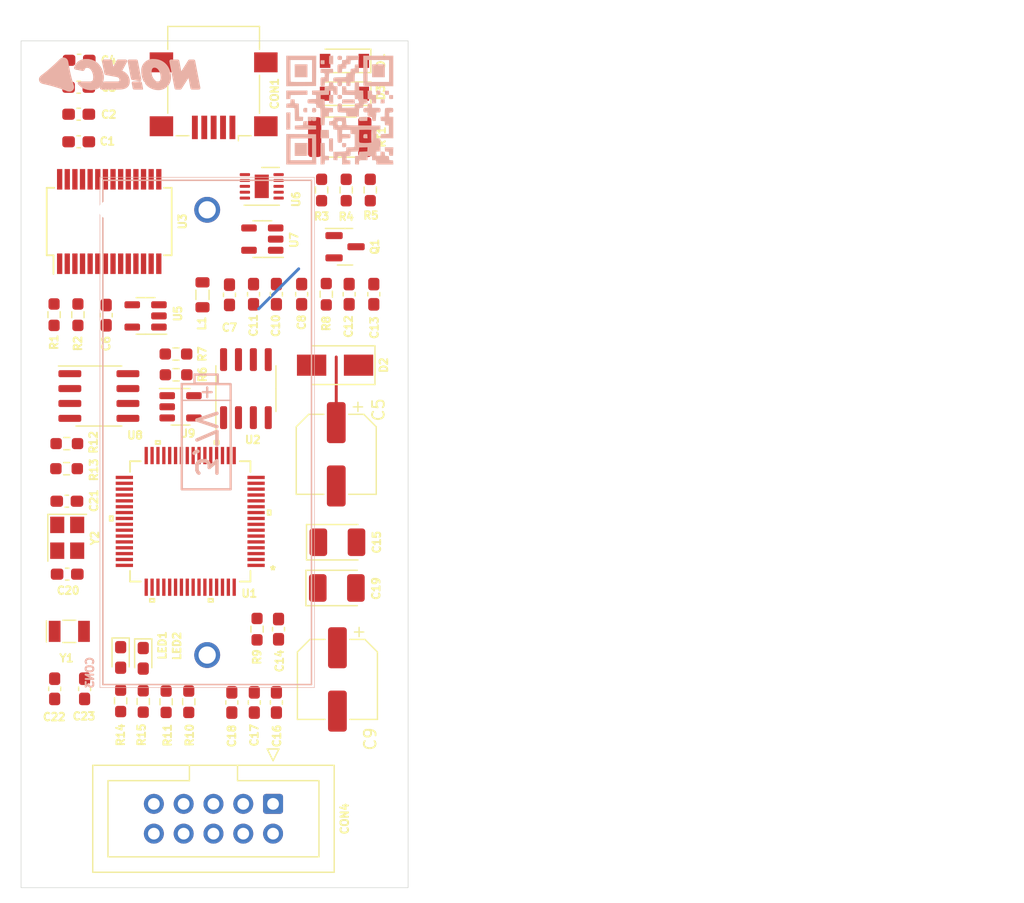
<source format=kicad_pcb>
(kicad_pcb (version 20211014) (generator pcbnew)
  (layers (0 "F.Cu" signal "cobre frontal") (31 "B.Cu" signal "Cobre traseira") (34 "B.Paste" user "Pasta traseira") (35 "F.Paste" user "Pasta frontal") (36 "B.SilkS" user "Serigrafia traseira") (37 "F.SilkS" user "Serigrafia frontal") (38 "B.Mask" user "Máscara traseira") (39 "F.Mask" user "Máscara frontal") (44 "Edge.Cuts" user "Cortes contorno"))
  (net 0 "")
  (net 1 "0")
  (net 2 "+3V3")
  (net 3 "RESET")
  (net 4 "+5VD")
  (net 5 "+3.3VP")
  (net 6 "Net-(C18-Pad1)")
  (net 7 "GND")
  (net 8 "Net-(CON1-Pad2)")
  (net 9 "Net-(CON1-Pad3)")
  (net 10 "Net-(CON1-Pad5)")
  (net 11 "LED2")
  (net 12 "Net-(LED1-Pad2)")
  (net 13 "LED3")
  (net 14 "Net-(LED2-Pad2)")
  (net 15 "PIN-PWRMODE")
  (net 16 "PGED2")
  (net 17 "PGEC2")
  (net 18 "PIN-SCL")
  (net 19 "PIN-SDA")
  (net 20 "+2V5")
  (net 21 "Net-(CON3-Pad1)")
  (net 22 "RXA")
  (net 23 "TXA")
  (net 26 "Net-(C4-Pad1)")
  (net 27 "Net-(R2-Pad1)")
  (net 28 "Net-(C7-Pad1)")
  (net 29 "Net-(U1-Pad5)")
  (net 30 "Net-(U1-Pad6)")
  (net 31 "Net-(R1-Pad1)")
  (net 32 "Net-(U1-Pad8)")
  (net 47 "Net-(C13-Pad1)")
  (net 48 "Net-(C20-Pad1)")
  (net 49 "Net-(C21-Pad1)")
  (net 50 "VBAT")
  (net 52 "Net-(R3-Pad1)")
  (net 54 "Net-(R4-Pad2)")
  (net 55 "Net-(R8-Pad2)")
  (net 65 "RXB")
  (net 66 "TXB")
  (net 95 "+5V")
  (net 96 "Net-(C10-Pad1)")
  (net 97 "Net-(C22-Pad1)")
  (net 98 "Net-(C23-Pad1)")
  (net 99 "Net-(R10-Pad2)")
  (footprint "Diode_SMD:D_SMA" (layer "F.Cu") (at 203.1 45.2 180)
    (fp_text reference "D2")
    (fp_text value "S1D-13F")
  )
  (footprint "Capacitor_SMD:C_0603_1608Metric_Pad1.08x0.95mm_HandSolder" (layer "F.Cu") (at 196.15 39.15 -90)
    (fp_text reference "C11")
    (fp_text value "1uF")
  )
  (footprint "Capacitor_Tantalum_SMD:CP_EIA-3528-12_Kemet-T_Pad1.50x2.35mm_HandSolder" (layer "F.Cu") (at 203.3 60.3)
    (fp_text reference "C15")
    (fp_text value "10UfX6V-Tan")
  )
  (footprint "Capacitor_SMD:C_0603_1608Metric_Pad1.08x0.95mm_HandSolder" (layer "F.Cu") (at 204.3 39.15 90)
    (fp_text reference "C12")
    (fp_text value "100nF")
  )
  (footprint "Capacitor_SMD:C_0603_1608Metric_Pad1.08x0.95mm_HandSolder" (layer "F.Cu") (at 200.25 39.15 -90)
    (fp_text reference "C8")
    (fp_text value "100nF")
  )
  (footprint "Resistor_SMD:R_0603_1608Metric_Pad0.98x0.95mm_HandSolder" (layer "F.Cu") (at 188.7 73.9 90)
    (fp_text reference "R11")
    (fp_text value "1K")
  )
  (footprint "footprints:PIC24HJ64GP206-I_slash_PT" (layer "F.Cu") (at 190.754 58.5216 180)
    (fp_text reference "U1")
    (fp_text value "PIC24HJ64GP206-I_PT" hide)
  )
  (footprint "Package_SON:VSON-10-1EP_3x3mm_P0.5mm_EP1.2x2mm" (layer "F.Cu") (at 196.85 29.95)
    (fp_text reference "U6")
    (fp_text value "LM3658SD")
  )
  (footprint "Capacitor_SMD:C_0603_1608Metric_Pad1.08x0.95mm_HandSolder" (layer "F.Cu") (at 181.25 26.15 180)
    (fp_text reference "C1")
    (fp_text value "100nF")
  )
  (footprint "Package_TO_SOT_SMD:SOT-23-5" (layer "F.Cu") (at 196.9 34.45 180)
    (fp_text reference "U7")
    (fp_text value "STLQ020C33R")
  )
  (footprint "Resistor_SMD:R_0603_1608Metric_Pad0.98x0.95mm_HandSolder" (layer "F.Cu") (at 180.2365 51.89 180)
    (fp_text reference "R12")
    (fp_text value "1K5")
  )
  (footprint "Resistor_SMD:R_0603_1608Metric_Pad0.98x0.95mm_HandSolder" (layer "F.Cu") (at 186.75 73.8746 90)
    (fp_text reference "R15")
    (fp_text value "470R")
  )
  (footprint "Resistor_SMD:R_0603_1608Metric_Pad0.98x0.95mm_HandSolder" (layer "F.Cu") (at 204.05 30.2625 90)
    (fp_text reference "R4")
    (fp_text value "10k")
  )
  (footprint "Resistor_SMD:R_0603_1608Metric_Pad0.98x0.95mm_HandSolder" (layer "F.Cu") (at 189.55 46.02 180)
    (fp_text reference "R6")
    (fp_text value "1K")
  )
  (footprint "Connector_USB:USB_Mini-B_Lumberg_2486_01_Horizontal" (layer "F.Cu") (at 192.75 22.225 180)
    (fp_text reference "CON1")
    (fp_text value "USB_B")
  )
  (footprint "Inductor_SMD:L_0805_2012Metric" (layer "F.Cu") (at 191.8 39.2 90)
    (fp_text reference "L1")
    (fp_text value "BLM21PG221SN1D")
  )
  (footprint "LED_SMD:LED_0603_1608Metric_Pad1.05x0.95mm_HandSolder" (layer "F.Cu") (at 186.75 70.2 -90)
    (fp_text reference "LED2")
    (fp_text value "GREEN")
  )
  (footprint "Resistor_SMD:R_0603_1608Metric_Pad0.98x0.95mm_HandSolder" (layer "F.Cu") (at 196.45 67.7125 90)
    (fp_text reference "R9")
    (fp_text value "22k")
  )
  (footprint "Capacitor_SMD:C_0603_1608Metric_Pad1.08x0.95mm_HandSolder" (layer "F.Cu") (at 183.594 40.9355 90)
    (fp_text reference "C6")
    (fp_text value "100nF")
  )
  (footprint "Crystal:Crystal_SMD_TXC_7M-4Pin_3.2x2.5mm" (layer "F.Cu") (at 180.2695 59.92 -90)
    (fp_text reference "Y2")
    (fp_text value "Crystal_20MHz")
  )
  (footprint "Resistor_SMD:R_0603_1608Metric_Pad0.98x0.95mm_HandSolder" (layer "F.Cu") (at 180.2165 54.0272)
    (fp_text reference "R13")
    (fp_text value "3K3")
  )
  (footprint "Capacitor_SMD:C_0603_1608Metric_Pad1.08x0.95mm_HandSolder" (layer "F.Cu") (at 194.3 73.9625 -90)
    (fp_text reference "C18")
    (fp_text value "100nF")
  )
  (footprint "Capacitor_SMD:CP_Elec_6.3x7.7" (layer "F.Cu") (at 203.3 72 -90)
    (fp_text reference "C9")
    (fp_text value "220uFx16V")
  )
  (footprint "Capacitor_SMD:C_0603_1608Metric_Pad1.08x0.95mm_HandSolder" (layer "F.Cu") (at 181.2875 19.2)
    (fp_text reference "C4")
    (fp_text value "1uF")
  )
  (footprint "Capacitor_SMD:C_0603_1608Metric_Pad1.08x0.95mm_HandSolder" (layer "F.Cu") (at 206.4 39.15 90)
    (fp_text reference "C13")
    (fp_text value "47pF")
  )
  (footprint "Resistor_SMD:R_0603_1608Metric_Pad0.98x0.95mm_HandSolder" (layer "F.Cu") (at 201.95 30.2625 -90)
    (fp_text reference "R3")
    (fp_text value "10k")
  )
  (footprint "Resistor_SMD:R_0603_1608Metric_Pad0.98x0.95mm_HandSolder" (layer "F.Cu") (at 206.1 30.2625 -90)
    (fp_text reference "R5")
    (fp_text value "10k")
  )
  (footprint "Capacitor_SMD:C_0603_1608Metric_Pad1.08x0.95mm_HandSolder" (layer "F.Cu") (at 181.75 72.8 -90)
    (fp_text reference "C23")
    (fp_text value "12pF")
  )
  (footprint "Package_TO_SOT_SMD:SOT-23-5" (layer "F.Cu") (at 189.93 48.75)
    (fp_text reference "U9")
    (fp_text value "24AA02-OT")
  )
  (footprint "Resistor_SMD:R_0603_1608Metric_Pad0.98x0.95mm_HandSolder" (layer "F.Cu") (at 184.8246 73.825 90)
    (fp_text reference "R14")
    (fp_text value "470R")
  )
  (footprint "Resistor_SMD:R_0603_1608Metric_Pad0.98x0.95mm_HandSolder" (layer "F.Cu") (at 179.15 40.894 -90)
    (fp_text reference "R1")
    (fp_text value "470R")
  )
  (footprint "Diode_SMD:D_SOD-123" (layer "F.Cu") (at 203.9 19.25 180)
    (fp_text reference "D1")
    (fp_text value "DSS14U")
  )
  (footprint "Capacitor_SMD:C_0603_1608Metric_Pad1.08x0.95mm_HandSolder" (layer "F.Cu") (at 181.25 21.5 180)
    (fp_text reference "C3")
    (fp_text value "4,7uF")
  )
  (footprint "Capacitor_SMD:C_0603_1608Metric_Pad1.08x0.95mm_HandSolder" (layer "F.Cu") (at 180.2395 56.8)
    (fp_text reference "C21")
    (fp_text value "20pF")
  )
  (footprint "Connector_IDC:IDC-Header_2x05_P2.54mm_Vertical" (layer "F.Cu") (at 197.8152 82.6103 -90)
    (fp_text reference "CON4")
    (fp_text value "Conector_gravação")
  )
  (footprint "Diode_SMD:D_SOD-123" (layer "F.Cu") (at 203.9 22.05 180)
    (fp_text reference "D3")
    (fp_text value "DSS14U")
  )
  (footprint "Resistor_SMD:R_0603_1608Metric_Pad0.98x0.95mm_HandSolder" (layer "F.Cu") (at 181.182 40.894 -90)
    (fp_text reference "R2")
    (fp_text value "470R")
  )
  (footprint "Package_SO:SOIC-8_3.9x4.9mm_P1.27mm" (layer "F.Cu") (at 195.5 47.2 90)
    (fp_text reference "U2")
    (fp_text value "FM25V10-GTR")
  )
  (footprint "Capacitor_SMD:C_0603_1608Metric_Pad1.08x0.95mm_HandSolder" (layer "F.Cu") (at 198.1 39.15 -90)
    (fp_text reference "C10")
    (fp_text value "100nF")
  )
  (footprint "Capacitor_SMD:C_0603_1608Metric_Pad1.08x0.95mm_HandSolder" (layer "F.Cu") (at 181.25 23.8 180)
    (fp_text reference "C2")
    (fp_text value "10nF")
  )
  (footprint "Capacitor_SMD:C_0603_1608Metric_Pad1.08x0.95mm_HandSolder" (layer "F.Cu") (at 198.1 73.9625 -90)
    (fp_text reference "C16")
    (fp_text value "100nF")
  )
  (footprint "LED_SMD:LED_0603_1608Metric_Pad1.05x0.95mm_HandSolder" (layer "F.Cu") (at 184.8246 70.125 -90)
    (fp_text reference "LED1")
    (fp_text value "RED")
  )
  (footprint "Capacitor_SMD:C_0603_1608Metric_Pad1.08x0.95mm_HandSolder" (layer "F.Cu") (at 180.2695 63.02 180)
    (fp_text reference "C20")
    (fp_text value "20pF")
  )
  (footprint "Capacitor_SMD:C_0603_1608Metric_Pad1.08x0.95mm_HandSolder" (layer "F.Cu") (at 194.1 39.2 -90)
    (fp_text reference "C7")
    (fp_text value "1uF")
  )
  (footprint "Resistor_SMD:R_0603_1608Metric_Pad0.98x0.95mm_HandSolder" (layer "F.Cu") (at 202.35 39.15 90)
    (fp_text reference "R8")
    (fp_text value "22k")
  )
  (footprint "Package_TO_SOT_SMD:SOT-23-5" (layer "F.Cu") (at 186.95 41 180)
    (fp_text reference "U5")
    (fp_text value "STLQ020C33R")
  )
  (footprint "bt1:BAT_BH123A" (layer "F.Cu") (at 192.2 50.935 90)
    (fp_text reference "CON3")
    (fp_text value "CR123A" hide)
  )
  (footprint "Package_SO:SSOP-28_5.3x10.2mm_P0.65mm" (layer "F.Cu") (at 183.85 32.95 90)
    (fp_text reference "U3")
    (fp_text value "FT232RL")
  )
  (footprint "Capacitor_SMD:C_0603_1608Metric_Pad1.08x0.95mm_HandSolder" (layer "F.Cu") (at 179.2 72.8 -90)
    (fp_text reference "C22")
    (fp_text value "12pF")
  )
  (footprint "Capacitor_SMD:C_0603_1608Metric_Pad1.08x0.95mm_HandSolder" (layer "F.Cu") (at 196.216 73.9625 -90)
    (fp_text reference "C17")
    (fp_text value "100nF")
  )
  (footprint "Capacitor_SMD:CP_Elec_6.3x7.7" (layer "F.Cu") (at 203.2 52.8 -90)
    (fp_text reference "C5")
    (fp_text value "220uFx16V")
  )
  (footprint "Resistor_SMD:R_0603_1608Metric_Pad0.98x0.95mm_HandSolder" (layer "F.Cu") (at 190.63 73.9 90)
    (fp_text reference "R10")
    (fp_text value "22K")
  )
  (footprint "Capacitor_Tantalum_SMD:CP_EIA-3528-12_Kemet-T_Pad1.50x2.35mm_HandSolder" (layer "F.Cu") (at 203.25 64.2)
    (fp_text reference "C19")
    (fp_text value "10uFx6V-Tan")
  )
  (footprint "Package_SO:SOIC-8_3.9x4.9mm_P1.27mm" (layer "F.Cu") (at 182.97 47.83)
    (fp_text reference "U8")
    (fp_text value "ATSHA204A-SSHDA-B")
  )
  (footprint "Resistor_SMD:R_1812_4532Metric" (layer "F.Cu") (at 203.5 25.75 180)
    (fp_text reference "RT1")
    (fp_text value "300mA - 304N")
  )
  (footprint "Crystal:Crystal_SMD_MicroCrystal_CC7V-T1A-2Pin_3.2x1.5mm" (layer "F.Cu") (at 180.45 67.9)
    (fp_text reference "Y1")
    (fp_text value "Crystal_32KHz")
  )
  (footprint "Resistor_SMD:R_0603_1608Metric_Pad0.98x0.95mm_HandSolder" (layer "F.Cu") (at 189.54 44.25 180)
    (fp_text reference "R7")
    (fp_text value "1K")
  )
  (footprint "Capacitor_SMD:C_0603_1608Metric_Pad1.08x0.95mm_HandSolder" (layer "F.Cu") (at 198.28 67.7125 -90)
    (fp_text reference "C14")
    (fp_text value "1nF")
  )
  (footprint "LOGO" (layer "F.Cu") (at 203.40155 23.316492)
    (fp_text reference "G1" hide)
    (fp_text value "LOGO" hide)
  )
  (footprint "Package_TO_SOT_SMD:SOT-23" (layer "F.Cu") (at 203.95 35.1)
    (fp_text reference "Q1")
    (fp_text value "IRLML5103")
  )
  (gr_poly (pts (xy 180.137527 21.153793) (xy 180.105171 21.005295) (xy 180.074139 20.85307) (xy 180.044365 20.696789) (xy 180.015786 20.536124) (xy 179.988334 20.370746) (xy 179.961947 20.200326) (xy 179.936558 20.024536) (xy 179.912102 19.843048) (xy 179.911544 19.839634) (xy 179.910846 19.836273) (xy 179.910008 19.832967) (xy 179.909036 19.829721) (xy 179.907933 19.826536) (xy 179.9067 19.823416) (xy 179.905343 19.820363) (xy 179.903863 19.817382) (xy 179.902265 19.814475) (xy 179.900551 19.811645) (xy 179.898724 19.808895) (xy 179.896789 19.806228) (xy 179.894747 19.803647) (xy 179.892603 19.801156) (xy 179.89036 19.798756) (xy 179.88802 19.796453) (xy 179.885588 19.794247) (xy 179.883065 19.792143) (xy 179.880456 19.790144) (xy 179.877764 19.788252) (xy 179.874992 19.786471) (xy 179.872142 19.784803) (xy 179.86922 19.783252) (xy 179.866226 19.781821) (xy 179.863166 19.780513) (xy 179.860042 19.77933) (xy 179.856857 19.778277) (xy 179.853615 19.777355) (xy 179.850318 19.776569) (xy 179.846971 19.77592) (xy 179.843575 19.775413) (xy 179.840135 19.77505) (xy 179.835823 19.774683) (xy 179.831518 19.774538) (xy 179.827228 19.774611) (xy 179.822961 19.7749) (xy 179.818723 19.775403) (xy 179.814525 19.776118) (xy 179.810372 19.777041) (xy 179.806273 19.778171) (xy 179.802236 19.779506) (xy 179.798269 19.781042) (xy 179.79438 19.782777) (xy 179.790576 19.78471) (xy 179.786865 19.786837) (xy 179.783255 19.789157) (xy 179.779755 19.791667) (xy 179.776371 19.794364) (xy 179.634075 19.913965) (xy 179.494565 20.029207) (xy 179.357596 20.140269) (xy 179.222928 20.247331) (xy 179.09032 20.350573) (xy 178.959528 20.450175) (xy 178.830311 20.546317) (xy 178.702427 20.639179) (xy 178.700191 20.6408) (xy 178.698026 20.642492) (xy 178.695933 20.644253) (xy 178.693914 20.646079) (xy 178.691968 20.647969) (xy 178.690097 20.649921) (xy 178.688301 20.651932) (xy 178.686583 20.654) (xy 178.684943 20.656122) (xy 178.683381 20.658296) (xy 178.6819 20.66052) (xy 178.680498 20.662791) (xy 178.679179 20.665108) (xy 178.677943 20.667467) (xy 178.67679 20.669867) (xy 178.675722 20.672305) (xy 178.674739 20.674778) (xy 178.673843 20.677285) (xy 178.673035 20.679823) (xy 178.672315 20.68239) (xy 178.671685 20.684983) (xy 178.671145 20.687601) (xy 178.670697 20.69024) (xy 178.670341 20.692898) (xy 178.670079 20.695574) (xy 178.669911 20.698264) (xy 178.669839 20.700967) (xy 178.669863 20.70368) (xy 178.669984 20.7064) (xy 178.670204 20.709126) (xy 178.670522 20.711855) (xy 178.670942 20.714585) (xy 178.672198 20.72001) (xy 178.673816 20.725287) (xy 178.675781 20.730402) (xy 178.678081 20.735342) (xy 178.680703 20.740091) (xy 178.683633 20.744636) (xy 178.686859 20.748962) (xy 178.690368 20.753055) (xy 178.694145 20.756901) (xy 178.698179 20.760486) (xy 178.702456 20.763794) (xy 178.706964 20.766813) (xy 178.711688 20.769528) (xy 178.716617 20.771924) (xy 178.721736 20.773987) (xy 178.727033 20.775704) (xy 178.891644 20.826582) (xy 179.055565 20.879568) (xy 179.218776 20.934656) (xy 179.381257 20.991838) (xy 179.542989 21.051107) (xy 179.703951 21.112457) (xy 179.864123 21.175879) (xy 180.023487 21.241368) (xy 180.026359 21.242501) (xy 180.029267 21.243529) (xy 180.032208 21.244452) (xy 180.035179 21.245268) (xy 180.038176 21.245977) (xy 180.041198 21.246579) (xy 180.044242 21.247072) (xy 180.047304 21.247456) (xy 180.052144 21.247843) (xy 180.05697 21.24795) (xy 180.06177 21.247782) (xy 180.066534 21.247343) (xy 180.07125 21.246635) (xy 180.075909 21.245664) (xy 180.080498 21.244434) (xy 180.085008 21.242947) (xy 180.089426 21.241209) (xy 180.093743 21.239223) (xy 180.097947 21.236992) (xy 180.102026 21.234522) (xy 180.105972 21.231816) (xy 180.109771 21.228878) (xy 180.113414 21.225711) (xy 180.11689 21.22232) (xy 180.120162 21.218885) (xy 180.123188 21.215275) (xy 180.125964 21.211504) (xy 180.128487 21.207585) (xy 180.130752 21.203531) (xy 180.132755 21.199356) (xy 180.134493 21.195072) (xy 180.135961 21.190693) (xy 180.137155 21.186231) (xy 180.138072 21.1817) (xy 180.138708 21.177113) (xy 180.139058 21.172483) (xy 180.139119 21.167823) (xy 180.138887 21.163146) (xy 180.138358 21.158465) (xy 180.137527 21.153793)) (layer "B.SilkS") (width 0.264583) (fill solid))
  (gr_poly (pts (xy 183.16145 21.138448) (xy 183.135534 21.189539) (xy 183.106563 21.23752) (xy 183.074694 21.282429) (xy 183.04009 21.324304) (xy 183.002909 21.363185) (xy 182.963312 21.399112) (xy 182.921459 21.432123) (xy 182.87751 21.462256) (xy 182.831626 21.489552) (xy 182.783967 21.514049) (xy 182.734692 21.535787) (xy 182.683963 21.554804) (xy 182.631938 21.571139) (xy 182.578779 21.584831) (xy 182.524645 21.59592) (xy 182.469697 21.604445) (xy 182.414094 21.610444) (xy 182.357998 21.613957) (xy 182.301567 21.615022) (xy 182.244963 21.61368) (xy 182.188345 21.609968) (xy 182.131874 21.603925) (xy 182.07571 21.595592) (xy 182.020012 21.585006) (xy 181.964942 21.572208) (xy 181.910659 21.557235) (xy 181.857323 21.540128) (xy 181.805095 21.520925) (xy 181.754135 21.499664) (xy 181.704603 21.476386) (xy 181.656658 21.45113) (xy 181.610462 21.423933) (xy 181.588941 21.410144) (xy 181.567723 21.395927) (xy 181.546814 21.381286) (xy 181.526222 21.366227) (xy 181.505951 21.350755) (xy 181.486007 21.334876) (xy 181.466398 21.318594) (xy 181.447128 21.301917) (xy 181.428204 21.284847) (xy 181.409632 21.267392) (xy 181.391418 21.249556) (xy 181.373568 21.231345) (xy 181.356087 21.212763) (xy 181.338983 21.193817) (xy 181.322261 21.174511) (xy 181.305927 21.154852) (xy 181.3055 21.154215) (xy 181.305122 21.153556) (xy 181.304794 21.152876) (xy 181.304516 21.15218) (xy 181.304287 21.15147) (xy 181.304108 21.150747) (xy 181.303979 21.150016) (xy 181.303901 21.149278) (xy 181.303873 21.148537) (xy 181.303895 21.147795) (xy 181.303969 21.147054) (xy 181.304094 21.146318) (xy 181.30427 21.145589) (xy 181.304498 21.14487) (xy 181.304777 21.144163) (xy 181.305108 21.143472) (xy 181.305292 21.143135) (xy 181.305487 21.142805) (xy 181.305693 21.142485) (xy 181.305908 21.142173) (xy 181.306134 21.14187) (xy 181.306369 21.141576) (xy 181.306614 21.141291) (xy 181.306868 21.141016) (xy 181.30713 21.14075) (xy 181.307401 21.140493) (xy 181.30768 21.140247) (xy 181.307967 21.14001) (xy 181.308262 21.139784) (xy 181.308564 21.139568) (xy 181.308873 21.139363) (xy 181.309189 21.139168) (xy 181.309511 21.138985) (xy 181.30984 21.138812) (xy 181.310174 21.138651) (xy 181.310514 21.138501) (xy 181.310859 21.138362) (xy 181.311209 21.138236) (xy 181.311564 21.138121) (xy 181.311923 21.138018) (xy 181.312287 21.137928) (xy 181.312654 21.13785) (xy 181.313025 21.137785) (xy 181.313399 21.137732) (xy 181.313776 21.137693) (xy 181.314156 21.137667) (xy 181.314538 21.137653) (xy 181.314923 21.137654) (xy 182.209214 21.137654) (xy 182.221509 21.138185) (xy 182.2338 21.138422) (xy 182.246082 21.138365) (xy 182.258351 21.138014) (xy 182.270602 21.137371) (xy 182.282828 21.136436) (xy 182.295025 21.135211) (xy 182.307188 21.133694) (xy 182.319311 21.131888) (xy 182.331389 21.129793) (xy 182.343417 21.12741) (xy 182.35539 21.12474) (xy 182.367302 21.121782) (xy 182.379149 21.118538) (xy 182.390925 21.115009) (xy 182.402625 21.111196) (xy 182.421826 21.101965) (xy 182.44031 21.091655) (xy 182.458041 21.08031) (xy 182.474983 21.067975) (xy 182.491103 21.054693) (xy 182.506363 21.040509) (xy 182.520729 21.025468) (xy 182.534166 21.009612) (xy 182.546639 20.992987) (xy 182.558111 20.975637) (xy 182.568549 20.957606) (xy 182.577916 20.938938) (xy 182.586177 20.919677) (xy 182.593297 20.899868) (xy 182.599241 20.879556) (xy 182.603973 20.858783) (xy 182.609619 20.829302) (xy 182.614435 20.799715) (xy 182.618423 20.77004) (xy 182.621582 20.740295) (xy 182.623913 20.710495) (xy 182.625416 20.68066) (xy 182.626091 20.650806) (xy 182.625939 20.62095) (xy 182.624959 20.59111) (xy 182.623154 20.561303) (xy 182.620521 20.531546) (xy 182.617063 20.501857) (xy 182.612779 20.472252) (xy 182.60767 20.44275) (xy 182.601736 20.413367) (xy 182.594977 20.384121) (xy 182.588635 20.353701) (xy 182.581456 20.323513) (xy 182.573446 20.293571) (xy 182.564613 20.263894) (xy 182.554965 20.234496) (xy 182.544508 20.205395) (xy 182.533249 20.176607) (xy 182.521197 20.148148) (xy 182.508358 20.120036) (xy 182.49474 20.092286) (xy 182.480349 20.064916) (xy 182.465194 20.037941) (xy 182.449281 20.011379) (xy 182.432617 19.985245) (xy 182.415211 19.959556) (xy 182.397069 19.934329) (xy 182.375732 19.905732) (xy 182.352748 19.878803) (xy 182.328214 19.853587) (xy 182.302231 19.830134) (xy 182.274897 19.80849) (xy 182.246311 19.788703) (xy 182.216573 19.770819) (xy 182.185781 19.754886) (xy 182.154035 19.740952) (xy 182.121433 19.729064) (xy 182.088075 19.719269) (xy 182.05406 19.711615) (xy 182.019487 19.706148) (xy 181.984455 19.702916) (xy 181.949063 19.701967) (xy 181.913411 19.703347) (xy 181.900079 19.705119) (xy 181.886907 19.707396) (xy 181.861084 19.713426) (xy 181.836029 19.721362) (xy 181.811827 19.731127) (xy 181.788564 19.742647) (xy 181.766326 19.755845) (xy 181.745199 19.770645) (xy 181.725268 19.786972) (xy 181.70662 19.804749) (xy 181.689339 19.823901) (xy 181.673513 19.844352) (xy 181.659226 19.866025) (xy 181.646565 19.888846) (xy 181.635615 19.912738) (xy 181.626463 19.937626) (xy 181.622587 19.950419) (xy 181.619193 19.963433) (xy 181.619038 19.963932) (xy 181.61886 19.964418) (xy 181.618661 19.964891) (xy 181.618442 19.965351) (xy 181.618203 19.965797) (xy 181.617945 19.966229) (xy 181.617668 19.966647) (xy 181.617374 19.967049) (xy 181.617062 19.967436) (xy 181.616735 19.967807) (xy 181.616391 19.968162) (xy 181.616032 19.9685) (xy 181.61566 19.968821) (xy 181.615273 19.969125) (xy 181.614873 19.96941) (xy 181.614462 19.969677) (xy 181.614038 19.969926) (xy 181.613604 19.970155) (xy 181.613159 19.970364) (xy 181.612705 19.970553) (xy 181.612242 19.970722) (xy 181.611771 19.97087) (xy 181.611292 19.970997) (xy 181.610807 19.971101) (xy 181.610315 19.971184) (xy 181.609818 19.971244) (xy 181.609316 19.971281) (xy 181.60881 19.971295) (xy 181.6083 19.971284) (xy 181.607788 19.97125) (xy 181.607274 19.97119) (xy 181.606758 19.971106) (xy 181.003508 19.86051) (xy 181.002951 19.860418) (xy 181.002402 19.860296) (xy 181.001864 19.860145) (xy 181.001336 19.859966) (xy 181.00082 19.85976) (xy 181.000316 19.859526) (xy 180.999827 19.859266) (xy 180.999353 19.85898) (xy 180.998895 19.85867) (xy 180.998454 19.858335) (xy 180.99803 19.857976) (xy 180.997626 19.857594) (xy 180.997242 19.85719) (xy 180.996879 19.856764) (xy 180.996539 19.856317) (xy 180.996221 19.85585) (xy 180.99593 19.855366) (xy 180.995667 19.854869) (xy 180.995432 19.854361) (xy 180.995226 19.853843) (xy 180.995048 19.853317) (xy 180.9949 19.852782) (xy 180.994781 19.852241) (xy 180.99469 19.851695) (xy 180.99463 19.851145) (xy 180.994598 19.850591) (xy 180.994597 19.850037) (xy 180.994625 19.849481) (xy 180.994684 19.848927) (xy 180.994773 19.848375) (xy 180.994892 19.847826) (xy 180.995042 19.847281) (xy 180.999883 19.833229) (xy 181.005294 19.818751) (xy 181.011003 19.804293) (xy 181.016737 19.790296) (xy 181.027188 19.765463) (xy 181.034464 19.747797) (xy 181.040687 19.733182) (xy 181.047147 19.718673) (xy 181.053844 19.704273) (xy 181.060775 19.689987) (xy 181.06794 19.675816) (xy 181.075337 19.661764) (xy 181.082964 19.647833) (xy 181.090821 19.634027) (xy 181.104787 19.610572) (xy 181.119542 19.587677) (xy 181.135069 19.56536) (xy 181.151348 19.543639) (xy 181.168362 19.522531) (xy 181.186092 19.502053) (xy 181.204521 19.482223) (xy 181.22363 19.46306) (xy 181.2434 19.44458) (xy 181.263814 19.426801) (xy 181.284854 19.409741) (xy 181.3065 19.393418) (xy 181.328736 19.377849) (xy 181.351543 19.363051) (xy 181.374902 19.349042) (xy 181.398795 19.335841) (xy 181.431531 19.320413) (xy 181.464696 19.306107) (xy 181.498261 19.292929) (xy 181.532197 19.280885) (xy 181.566476 19.26998) (xy 181.601069 19.26022) (xy 181.635946 19.251611) (xy 181.671078 19.244158) (xy 181.706437 19.237866) (xy 181.741994 19.232742) (xy 181.777719 19.228791) (xy 181.813584 19.22602) (xy 181.849559 19.224432) (xy 181.885616 19.224035) (xy 181.921726 19.224833) (xy 181.95786 19.226833) (xy 181.95786 19.225246) (xy 182.013433 19.227639) (xy 182.068669 19.232403) (xy 182.1235 19.239511) (xy 182.177854 19.248935) (xy 182.231661 19.260649) (xy 182.28485 19.274626) (xy 182.337351 19.29084) (xy 182.389092 19.309262) (xy 182.440004 19.329867) (xy 182.490016 19.352628) (xy 182.539056 19.377517) (xy 182.587055 19.404509) (xy 182.633941 19.433575) (xy 182.679645 19.46469) (xy 182.724095 19.497826) (xy 182.767221 19.532956) (xy 182.806474 19.57001) (xy 182.844206 19.608421) (xy 182.880388 19.648141) (xy 182.914992 19.68912) (xy 182.947989 19.731311) (xy 182.97935 19.774664) (xy 183.009046 19.81913) (xy 183.037049 19.86466) (xy 183.063329 19.911206) (xy 183.087858 19.958719) (xy 183.110606 20.007149) (xy 183.131546 20.056448) (xy 183.150648 20.106566) (xy 183.167883 20.157456) (xy 183.183224 20.209069) (xy 183.19664 20.261354) (xy 183.211775 20.315594) (xy 183.224585 20.370251) (xy 183.235073 20.425251) (xy 183.243243 20.480522) (xy 183.249096 20.53599) (xy 183.252636 20.591585) (xy 183.253865 20.647232) (xy 183.252787 20.70286) (xy 183.249405 20.758395) (xy 183.243721 20.813764) (xy 183.235739 20.868897) (xy 183.225461 20.923718) (xy 183.21289 20.978157) (xy 183.198029 21.03214) (xy 183.180881 21.085594) (xy 183.16145 21.138448)) (layer "B.SilkS") (width 0.264583) (fill solid))
  (gr_poly (pts (xy 185.445333 21.191364) (xy 185.431998 21.2289) (xy 185.416327 21.263879) (xy 185.398429 21.296391) (xy 185.378414 21.326525) (xy 185.356392 21.354371) (xy 185.332472 21.380018) (xy 185.306763 21.403556) (xy 185.279377 21.425074) (xy 185.250422 21.444662) (xy 185.220008 21.46241) (xy 185.188245 21.478406) (xy 185.155243 21.492741) (xy 185.121112 21.505504) (xy 185.08596 21.516785) (xy 185.049899 21.526672) (xy 185.013037 21.535256) (xy 184.93735 21.548873) (xy 184.859779 21.55835) (xy 184.781201 21.564403) (xy 184.702494 21.567751) (xy 184.548205 21.569189) (xy 184.403933 21.568395) (xy 183.204577 21.568395) (xy 183.203776 21.568404) (xy 183.202986 21.568351) (xy 183.202209 21.568238) (xy 183.201448 21.568068) (xy 183.200705 21.567843) (xy 183.199985 21.567563) (xy 183.199289 21.567231) (xy 183.198621 21.566849) (xy 183.197983 21.566418) (xy 183.197378 21.56594) (xy 183.196809 21.565417) (xy 183.196279 21.564851) (xy 183.195791 21.564243) (xy 183.195347 21.563596) (xy 183.19495 21.56291) (xy 183.194604 21.562188) (xy 183.194315 21.561441) (xy 183.194086 21.560683) (xy 183.193917 21.559916) (xy 183.193809 21.559144) (xy 183.193759 21.55837) (xy 183.193767 21.557597) (xy 183.193832 21.556829) (xy 183.193955 21.556069) (xy 183.194134 21.55532) (xy 183.194368 21.554586) (xy 183.194657 21.553869) (xy 183.195001 21.553174) (xy 183.195398 21.552503) (xy 183.195848 21.551859) (xy 183.19635 21.551247) (xy 183.196904 21.550668) (xy 183.213781 21.534057) (xy 183.23025 21.517073) (xy 183.246306 21.499724) (xy 183.261944 21.482018) (xy 183.277157 21.463963) (xy 183.291941 21.445566) (xy 183.30629 21.426836) (xy 183.320197 21.407781) (xy 183.333659 21.388407) (xy 183.346668 21.368723) (xy 183.35922 21.348737) (xy 183.371308 21.328456) (xy 183.382928 21.307889) (xy 183.394074 21.287043) (xy 183.40474 21.265926) (xy 183.41492 21.244545) (xy 183.461222 21.144268) (xy 183.461401 21.143908) (xy 183.461592 21.143557) (xy 183.461794 21.143214) (xy 183.462007 21.14288) (xy 183.462231 21.142556) (xy 183.462466 21.14224) (xy 183.462711 21.141934) (xy 183.462966 21.141637) (xy 183.463231 21.141351) (xy 183.463505 21.141074) (xy 183.463788 21.140808) (xy 183.46408 21.140551) (xy 183.46438 21.140306) (xy 183.464689 21.140071) (xy 183.465005 21.139848) (xy 183.465329 21.139635) (xy 183.46566 21.139434) (xy 183.465998 21.139245) (xy 183.466342 21.139067) (xy 183.466693 21.138901) (xy 183.467049 21.138748) (xy 183.467412 21.138607) (xy 183.467779 21.138478) (xy 183.468152 21.138362) (xy 183.468529 21.138259) (xy 183.468911 21.13817) (xy 183.469297 21.138093) (xy 183.469687 21.13803) (xy 183.47008 21.137981) (xy 183.470476 21.137946) (xy 183.470875 21.137925) (xy 183.471277 21.137918) (xy 184.494685 21.137918) (xy 184.50903 21.138515) (xy 184.523373 21.138791) (xy 184.537707 21.138747) (xy 184.552028 21.138384) (xy 184.56633 21.137701) (xy 184.580609 21.136701) (xy 184.594858 21.135383) (xy 184.609072 21.133748) (xy 184.623246 21.131797) (xy 184.637375 21.12953) (xy 184.651454 21.126949) (xy 184.665477 21.124053) (xy 184.679438 21.120844) (xy 184.693334 21.117323) (xy 184.707157 21.113489) (xy 184.720903 21.109343) (xy 184.729396 21.105986) (xy 184.737671 21.102291) (xy 184.745724 21.098269) (xy 184.753547 21.093931) (xy 184.761134 21.089286) (xy 184.76848 21.084344) (xy 184.775579 21.079117) (xy 184.782424 21.073614) (xy 184.789009 21.067845) (xy 184.795328 21.06182) (xy 184.801375 21.05555) (xy 184.807145 21.049045) (xy 184.81263 21.042315) (xy 184.817825 21.03537) (xy 184.822724 21.028221) (xy 184.827321 21.020877) (xy 184.831609 21.013348) (xy 184.835583 21.005646) (xy 184.839236 20.99778) (xy 184.842562 20.98976) (xy 184.845556 20.981596) (xy 184.84821 20.9733) (xy 184.85052 20.96488) (xy 184.852479 20.956347) (xy 184.854081 20.947711) (xy 184.855319 20.938983) (xy 184.856189 20.930173) (xy 184.856682 20.92129) (xy 184.856795 20.912345) (xy 184.85652 20.903349) (xy 184.855851 20.894311) (xy 184.854783 20.885241) (xy 184.85393 20.861901) (xy 184.851737 20.838789) (xy 184.848229 20.815956) (xy 184.843434 20.793455) (xy 184.837375 20.771334) (xy 184.830079 20.749647) (xy 184.821571 20.728442) (xy 184.811877 20.707771) (xy 184.801023 20.687686) (xy 184.789035 20.668236) (xy 184.775937 20.649473) (xy 184.761756 20.631448) (xy 184.746517 20.614211) (xy 184.730246 20.597814) (xy 184.712968 20.582307) (xy 184.69471 20.567741) (xy 184.683767 20.561118) (xy 184.672666 20.554794) (xy 184.661414 20.548772) (xy 184.650016 20.543053) (xy 184.63848 20.53764) (xy 184.626811 20.532536) (xy 184.615016 20.527743) (xy 184.603101 20.523262) (xy 184.591072 20.519096) (xy 184.578936 20.515248) (xy 184.566698 20.511719) (xy 184.554366 20.508512) (xy 184.541944 20.50563) (xy 184.52944 20.503074) (xy 184.51686 20.500846) (xy 184.50421 20.49895) (xy 184.334083 20.467729) (xy 183.573406 20.328558) (xy 183.573006 20.328498) (xy 183.572612 20.328423) (xy 183.57184 20.32823) (xy 183.571091 20.32798) (xy 183.570369 20.327675) (xy 183.569675 20.327319) (xy 183.569013 20.326913) (xy 183.568385 20.326459) (xy 183.567794 20.32596) (xy 183.567241 20.325419) (xy 183.56673 20.324836) (xy 183.566262 20.324216) (xy 183.565842 20.32356) (xy 183.56547 20.322869) (xy 183.56515 20.322148) (xy 183.564884 20.321397) (xy 183.564772 20.321012) (xy 183.564674 20.32062) (xy 183.362797 19.278956) (xy 183.362725 19.278371) (xy 183.362685 19.277786) (xy 183.362678 19.277203) (xy 183.362702 19.276622) (xy 183.362759 19.276046) (xy 183.362846 19.275474) (xy 183.362965 19.274909) (xy 183.363114 19.274351) (xy 183.363293 19.273803) (xy 183.363502 19.273264) (xy 183.36374 19.272737) (xy 183.364007 19.272223) (xy 183.364303 19.271723) (xy 183.364628 19.271238) (xy 183.36498 19.27077) (xy 183.365359 19.270319) (xy 183.365764 19.269891) (xy 183.366189 19.269487) (xy 183.366633 19.269109) (xy 183.367096 19.268758) (xy 183.367576 19.268434) (xy 183.368072 19.268137) (xy 183.368583 19.267867) (xy 183.369108 19.267627) (xy 183.369644 19.267415) (xy 183.370192 19.267232) (xy 183.37075 19.26708) (xy 183.371317 19.266958) (xy 183.371891 19.266867) (xy 183.372471 19.266807) (xy 183.373056 19.26678) (xy 183.373645 19.266785) (xy 183.966576 19.266785) (xy 183.967063 19.266774) (xy 183.967545 19.266785) (xy 183.968022 19.266818) (xy 183.968495 19.266872) (xy 183.968962 19.266947) (xy 183.969422 19.267041) (xy 183.969876 19.267156) (xy 183.970322 19.267291) (xy 183.970761 19.267444) (xy 183.971191 19.267616) (xy 183.971612 19.267806) (xy 183.972023 19.268014) (xy 183.972425 19.268239) (xy 183.972816 19.268481) (xy 183.973196 19.26874) (xy 183.973564 19.269015) (xy 183.97392 19.269305) (xy 183.974263 19.269611) (xy 183.974593 19.269931) (xy 183.974909 19.270266) (xy 183.975211 19.270615) (xy 183.975497 19.270977) (xy 183.975769 19.271352) (xy 183.976024 19.27174) (xy 183.976262 19.272141) (xy 183.976484 19.272553) (xy 183.976688 19.272977) (xy 183.976874 19.273411) (xy 183.977041 19.273857) (xy 183.977189 19.274312) (xy 183.977317 19.274777) (xy 183.977424 19.275251) (xy 184.049358 19.669911) (xy 184.131412 20.131443) (xy 184.131506 20.131869) (xy 184.131615 20.132289) (xy 184.13174 20.132702) (xy 184.131881 20.133107) (xy 184.132036 20.133505) (xy 184.132206 20.133896) (xy 184.132587 20.134652) (xy 184.133023 20.135372) (xy 184.13351 20.136055) (xy 184.134046 20.136698) (xy 184.134628 20.137298) (xy 184.135253 20.137853) (xy 184.135919 20.13836) (xy 184.136623 20.138816) (xy 184.137363 20.13922) (xy 184.138135 20.139567) (xy 184.138532 20.13972) (xy 184.138937 20.139857) (xy 184.139348 20.139979) (xy 184.139766 20.140086) (xy 184.14019 20.140177) (xy 184.14062 20.140251) (xy 184.141484 20.14035) (xy 184.142344 20.140381) (xy 184.143196 20.140346) (xy 184.144037 20.140246) (xy 184.144863 20.140084) (xy 184.145672 20.13986) (xy 184.146459 20.139577) (xy 184.147222 20.139236) (xy 184.147957 20.138839) (xy 184.148662 20.138386) (xy 184.149332 20.137881) (xy 184.149964 20.137325) (xy 184.150555 20.136719) (xy 184.151102 20.136065) (xy 184.151601 20.135364) (xy 184.152049 20.134618) (xy 184.604487 19.272341) (xy 184.604673 19.27201) (xy 184.604869 19.271687) (xy 184.605077 19.271373) (xy 184.605294 19.271068) (xy 184.605521 19.270772) (xy 184.605757 19.270485) (xy 184.606003 19.270207) (xy 184.606258 19.269938) (xy 184.606521 19.26968) (xy 184.606793 19.269431) (xy 184.607073 19.269192) (xy 184.60736 19.268963) (xy 184.607655 19.268745) (xy 184.607957 19.268537) (xy 184.608266 19.26834) (xy 184.608581 19.268154) (xy 184.608903 19.267978) (xy 184.609231 19.267814) (xy 184.609564 19.267661) (xy 184.609903 19.26752) (xy 184.610246 19.267391) (xy 184.610595 19.267273) (xy 184.610948 19.267167) (xy 184.611305 19.267074) (xy 184.611666 19.266993) (xy 184.612031 19.266924) (xy 184.612398 19.266868) (xy 184.612769 19.266825) (xy 184.613143 19.266795) (xy 184.613519 19.266778) (xy 184.613897 19.266775) (xy 184.614276 19.266785) (xy 185.236048 19.266785) (xy 185.236752 19.266746) (xy 185.237451 19.266755) (xy 185.238143 19.26681) (xy 185.238826 19.266912) (xy 185.239498 19.267058) (xy 185.240157 19.267248) (xy 185.2408 19.267481) (xy 185.241426 19.267756) (xy 185.242033 19.268072) (xy 185.242618 19.268427) (xy 185.243179 19.268821) (xy 185.243714 19.269253) (xy 185.244222 19.269722) (xy 185.244699 19.270226) (xy 185.245144 19.270766) (xy 185.245555 19.271339) (xy 185.245926 19.271938) (xy 185.246252 19.272556) (xy 185.246535 19.273191) (xy 185.246772 19.27384) (xy 185.246965 19.2745) (xy 185.247113 19.275169) (xy 185.247216 19.275846) (xy 185.247274 19.276527) (xy 185.247287 19.277211) (xy 185.247254 19.277894) (xy 185.247176 19.278576) (xy 185.247053 19.279252) (xy 185.246884 19.279922) (xy 185.246669 19.280582) (xy 185.246408 19.281231) (xy 185.246101 19.281866) (xy 184.767735 20.175894) (xy 184.767449 20.176466) (xy 184.767201 20.177051) (xy 184.766992 20.177647) (xy 184.766822 20.178252) (xy 184.76669 20.178864) (xy 184.766596 20.179482) (xy 184.766542 20.180103) (xy 184.766525 20.180726) (xy 184.766548 20.181348) (xy 184.766609 20.181969) (xy 184.766708 20.182585) (xy 184.766846 20.183196) (xy 184.767023 20.1838) (xy 184.767238 20.184394) (xy 184.767491 20.184976) (xy 184.767783 20.185546) (xy 184.767943 20.185824) (xy 184.768111 20.186096) (xy 184.768286 20.186361) (xy 184.76847 20.18662) (xy 184.768661 20.186872) (xy 184.768859 20.187117) (xy 184.769277 20.187587) (xy 184.769721 20.188028) (xy 184.770191 20.18844) (xy 184.770684 20.188821) (xy 184.7712 20.189171) (xy 184.771736 20.189487) (xy 184.772292 20.189771) (xy 184.772865 20.190019) (xy 184.773454 20.190233) (xy 184.774057 20.190409) (xy 184.774364 20.190484) (xy 184.774673 20.190548) (xy 184.774986 20.190604) (xy 184.775301 20.190649) (xy 184.775618 20.190685) (xy 184.775938 20.19071) (xy 184.818208 20.198044) (xy 184.859826 20.207547) (xy 184.900718 20.219175) (xy 184.940812 20.23288) (xy 184.980034 20.248616) (xy 185.01831 20.266338) (xy 185.055567 20.285997) (xy 185.091731 20.307549) (xy 185.12673 20.330946) (xy 185.16049 20.356143) (xy 185.192936 20.383093) (xy 185.223997 20.411749) (xy 185.253599 20.442066) (xy 185.281668 20.473996) (xy 185.30813 20.507494) (xy 185.332913 20.542514) (xy 185.355813 20.578793) (xy 185.376666 20.616043) (xy 185.395456 20.654178) (xy 185.412169 20.693114) (xy 185.426791 20.732765) (xy 185.439306 20.773045) (xy 185.4497 20.813869) (xy 185.457957 20.85515) (xy 185.464063 20.896804) (xy 185.468003 20.938745) (xy 185.469763 20.980888) (xy 185.469327 21.023146) (xy 185.466681 21.065435) (xy 185.46181 21.107669) (xy 185.454699 21.149762) (xy 185.445333 21.191629) (xy 185.445333 21.191364)) (layer "B.SilkS") (width 0.264583) (fill solid))
  (gr_poly (pts (xy 185.548256 19.268637) (xy 186.158914 19.268637) (xy 186.461068 20.843702) (xy 186.461143 20.844359) (xy 186.461178 20.845015) (xy 186.461172 20.845669) (xy 186.461128 20.846318) (xy 186.461045 20.846962) (xy 186.460924 20.847597) (xy 186.460766 20.848224) (xy 186.460571 20.848839) (xy 186.46034 20.849441) (xy 186.460073 20.85003) (xy 186.459772 20.850602) (xy 186.459435 20.851157) (xy 186.459065 20.851692) (xy 186.458662 20.852206) (xy 186.458225 20.852698) (xy 186.457757 20.853165) (xy 186.457261 20.853603) (xy 186.456743 20.854007) (xy 186.456204 20.854378) (xy 186.455647 20.854713) (xy 186.455072 20.855014) (xy 186.454482 20.855279) (xy 186.453878 20.855508) (xy 186.453262 20.855701) (xy 186.452636 20.855857) (xy 186.452001 20.855975) (xy 186.451359 20.856055) (xy 186.450712 20.856098) (xy 186.450061 20.856101) (xy 186.449408 20.856065) (xy 186.448755 20.855989) (xy 186.448104 20.855873) (xy 185.830831 20.74316) (xy 185.548256 19.268637)) (layer "B.SilkS") (width 0.264583) (fill solid))
  (gr_rect (start 193.1 46.762) (end 191.1188 46) (layer "B.SilkS") (width 0.2) (fill none))
  (gr_poly (pts (xy 180.711937 21.556225) (xy 180.706291 21.573429) (xy 180.699505 21.590041) (xy 180.691626 21.606016) (xy 180.682703 21.621311) (xy 180.672784 21.635883) (xy 180.661916 21.64969) (xy 180.650148 21.662687) (xy 180.637528 21.674833) (xy 180.624104 21.686083) (xy 180.609923 21.696395) (xy 180.595034 21.705725) (xy 180.579485 21.71403) (xy 180.563324 21.721268) (xy 180.546599 21.727394) (xy 180.529357 21.732366) (xy 180.511648 21.736141) (xy 180.489434 21.737026) (xy 180.467253 21.737108) (xy 180.445127 21.736393) (xy 180.423076 21.734886) (xy 180.401122 21.732592) (xy 180.379284 21.729514) (xy 180.357584 21.725659) (xy 180.336043 21.721031) (xy 180.314681 21.715635) (xy 180.293519 21.709476) (xy 180.272579 21.702558) (xy 180.25188 21.694887) (xy 180.231445 21.686468) (xy 180.211293 21.677304) (xy 180.191445 21.667402) (xy 180.171923 21.656766) (xy 179.959661 21.57845) (xy 179.746208 21.503837) (xy 179.531565 21.432929) (xy 179.315731 21.365725) (xy 179.098839 21.302307) (xy 178.881021 21.24276) (xy 178.662276 21.187081) (xy 178.442606 21.135273) (xy 178.344247 21.113544) (xy 178.245492 21.09241) (xy 178.235027 21.090474) (xy 178.224633 21.088259) (xy 178.214313 21.085767) (xy 178.204073 21.083) (xy 178.193918 21.079961) (xy 178.183854 21.076652) (xy 178.173887 21.073075) (xy 178.164021 21.069232) (xy 178.154262 21.065125) (xy 178.144614 21.060757) (xy 178.135085 21.056129) (xy 178.125678 21.051244) (xy 178.1164 21.046104) (xy 178.107255 21.040711) (xy 178.098249 21.035067) (xy 178.089387 21.029175) (xy 178.080791 21.022055) (xy 178.07258 21.014623) (xy 178.064756 21.006895) (xy 178.057323 20.998883) (xy 178.050284 20.990603) (xy 178.043643 20.982069) (xy 178.037402 20.973295) (xy 178.031565 20.964296) (xy 178.026135 20.955087) (xy 178.021115 20.945681) (xy 178.016508 20.936093) (xy 178.012317 20.926337) (xy 178.008547 20.916429) (xy 178.005199 20.906382) (xy 178.002277 20.896211) (xy 177.999784 20.88593) (xy 177.997723 20.875554) (xy 177.996098 20.865097) (xy 177.994912 20.854574) (xy 177.994168 20.843998) (xy 177.993868 20.833385) (xy 177.994017 20.822749) (xy 177.994618 20.812104) (xy 177.995673 20.801465) (xy 177.997185 20.790846) (xy 177.999159 20.780262) (xy 178.001597 20.769726) (xy 178.004502 20.759254) (xy 178.007878 20.74886) (xy 178.011728 20.738558) (xy 178.016054 20.728363) (xy 178.02086 20.718289) (xy 178.034246 20.700606) (xy 178.048059 20.683287) (xy 178.062293 20.66634) (xy 178.07694 20.649771) (xy 178.091991 20.633589) (xy 178.107439 20.617799) (xy 178.123276 20.602409) (xy 178.139493 20.587427) (xy 178.156084 20.572858) (xy 178.17304 20.558711) (xy 178.190353 20.544993) (xy 178.208016 20.53171) (xy 178.22602 20.518869) (xy 178.244358 20.506479) (xy 178.263022 20.494545) (xy 178.282004 20.483075) (xy 178.457621 20.343705) (xy 178.545058 20.27345) (xy 178.632048 20.202352) (xy 178.71781 20.131182) (xy 178.802704 20.059192) (xy 178.886804 19.986425) (xy 178.970185 19.912931) (xy 179.135087 19.763941) (xy 179.298004 19.612595) (xy 179.460987 19.458211) (xy 179.623442 19.303033) (xy 179.637368 19.285012) (xy 179.651967 19.267616) (xy 179.667217 19.250862) (xy 179.683094 19.234764) (xy 179.699576 19.219339) (xy 179.716642 19.204601) (xy 179.734269 19.190568) (xy 179.752435 19.177253) (xy 179.771117 19.164674) (xy 179.790294 19.152845) (xy 179.809942 19.141782) (xy 179.83004 19.131501) (xy 179.850565 19.122018) (xy 179.871496 19.113348) (xy 179.892809 19.105507) (xy 179.914483 19.09851) (xy 179.926068 19.09713) (xy 179.937615 19.096255) (xy 179.949111 19.095878) (xy 179.960543 19.095991) (xy 179.983167 19.097656) (xy 180.005383 19.101191) (xy 180.027089 19.106535) (xy 180.048182 19.113629) (xy 180.068561 19.122413) (xy 180.088121 19.132825) (xy 180.106762 19.144808) (xy 180.12438 19.158299) (xy 180.140874 19.17324) (xy 180.15614 19.18957) (xy 180.170076 19.207229) (xy 180.182579 19.226157) (xy 180.188262 19.236078) (xy 180.193548 19.246293) (xy 180.198424 19.256796) (xy 180.202879 19.267579) (xy 180.209536 19.288438) (xy 180.21574 19.309427) (xy 180.22149 19.330541) (xy 180.226784 19.351771) (xy 180.231619 19.37311) (xy 180.235995 19.39455) (xy 180.239909 19.416085) (xy 180.24336 19.437706) (xy 180.283048 19.651225) (xy 180.323525 19.867551) (xy 180.36616 20.083455) (xy 180.411821 20.298813) (xy 180.461377 20.513502) (xy 180.487912 20.62018) (xy 180.515604 20.726024) (xy 180.573725 20.935942) (xy 180.695798 21.353818) (xy 180.70022 21.365978) (xy 180.704192 21.378261) (xy 180.707713 21.390655) (xy 180.710781 21.403147) (xy 180.713395 21.415726) (xy 180.715555 21.428378) (xy 180.71726 21.441092) (xy 180.718508 21.453854) (xy 180.719298 21.466653) (xy 180.71963 21.479476) (xy 180.719502 21.492311) (xy 180.718914 21.505145) (xy 180.717864 21.517965) (xy 180.716352 21.530761) (xy 180.714377 21.543518) (xy 180.711937 21.556225)) (layer "B.SilkS") (width 0.264583) (fill solid))
  (gr_line (start 191.819 47.5) (end 192.581 47.5) (layer "B.SilkS") (width 0.2))
  (gr_poly (pts (xy 191.047884 19.277104) (xy 191.488152 21.556225) (xy 191.48824 21.556818) (xy 191.488295 21.557411) (xy 191.488316 21.558004) (xy 191.488304 21.558595) (xy 191.488259 21.559182) (xy 191.488182 21.559765) (xy 191.488073 21.560342) (xy 191.487932 21.560911) (xy 191.48776 21.561472) (xy 191.487557 21.562023) (xy 191.487323 21.562562) (xy 191.487059 21.563089) (xy 191.486765 21.563602) (xy 191.486442 21.564099) (xy 191.486089 21.56458) (xy 191.485708 21.565043) (xy 191.485302 21.565483) (xy 191.484873 21.565897) (xy 191.484425 21.566285) (xy 191.483957 21.566646) (xy 191.48347 21.566979) (xy 191.482968 21.567284) (xy 191.48245 21.56756) (xy 191.481917 21.567807) (xy 191.481372 21.568024) (xy 191.480815 21.56821) (xy 191.480248 21.568366) (xy 191.479672 21.56849) (xy 191.479088 21.568582) (xy 191.478498 21.568641) (xy 191.477903 21.568668) (xy 191.477304 21.56866) (xy 190.914006 21.56866) (xy 190.913527 21.568674) (xy 190.913052 21.568666) (xy 190.912581 21.568637) (xy 190.912115 21.568587) (xy 190.911655 21.568517) (xy 190.9112 21.568428) (xy 190.910751 21.568319) (xy 190.91031 21.568191) (xy 190.909876 21.568045) (xy 190.90945 21.56788) (xy 190.909032 21.567698) (xy 190.908624 21.567498) (xy 190.908225 21.567281) (xy 190.907836 21.567047) (xy 190.90709 21.566532) (xy 190.906391 21.565955) (xy 190.906061 21.565645) (xy 190.905743 21.56532) (xy 190.90544 21.564981) (xy 190.90515 21.564629) (xy 190.904876 21.564264) (xy 190.904617 21.563887) (xy 190.904373 21.563497) (xy 190.904146 21.563095) (xy 190.903936 21.562682) (xy 190.903744 21.562257) (xy 190.903569 21.561823) (xy 190.903413 21.561377) (xy 190.903276 21.560922) (xy 190.903158 21.560458) (xy 190.790379 20.967163) (xy 190.719504 20.584555) (xy 190.681967 20.362954) (xy 190.671382 20.362954) (xy 189.906207 21.564162) (xy 189.906012 21.564449) (xy 189.905808 21.564728) (xy 189.905597 21.565) (xy 189.905377 21.565263) (xy 189.904914 21.565766) (xy 189.904423 21.566235) (xy 189.903904 21.56667) (xy 189.903361 21.56707) (xy 189.902793 21.567434) (xy 189.902205 21.567761) (xy 189.901597 21.56805) (xy 189.900971 21.5683) (xy 189.900329 21.568509) (xy 189.899673 21.568678) (xy 189.899005 21.568805) (xy 189.898327 21.568889) (xy 189.897985 21.568915) (xy 189.897641 21.568929) (xy 189.897295 21.568933) (xy 189.896948 21.568925) (xy 189.558281 21.568925) (xy 189.557791 21.568923) (xy 189.557305 21.5689) (xy 189.556824 21.568855) (xy 189.556348 21.56879) (xy 189.555879 21.568704) (xy 189.555417 21.568598) (xy 189.554961 21.568472) (xy 189.554514 21.568328) (xy 189.554074 21.568164) (xy 189.553643 21.567982) (xy 189.553222 21.567782) (xy 189.55281 21.567565) (xy 189.552408 21.567331) (xy 189.552018 21.56708) (xy 189.551638 21.566813) (xy 189.551271 21.566529) (xy 189.550916 21.566231) (xy 189.550574 21.565917) (xy 189.550245 21.565589) (xy 189.54993 21.565247) (xy 189.54963 21.564892) (xy 189.549345 21.564522) (xy 189.549075 21.56414) (xy 189.548821 21.563746) (xy 189.548584 21.56334) (xy 189.548364 21.562922) (xy 189.548162 21.562492) (xy 189.547978 21.562052) (xy 189.547812 21.561602) (xy 189.547666 21.561142) (xy 189.547539 21.560672) (xy 189.547433 21.560193) (xy 189.106901 19.280808) (xy 189.106813 19.280215) (xy 189.106758 19.279622) (xy 189.106737 19.279029) (xy 189.106749 19.278438) (xy 189.106793 19.277851) (xy 189.10687 19.277268) (xy 189.10698 19.276691) (xy 189.10712 19.276122) (xy 189.107292 19.275561) (xy 189.107496 19.27501) (xy 189.107729 19.274471) (xy 189.107993 19.273944) (xy 189.108287 19.273431) (xy 189.10861 19.272934) (xy 189.108962 19.272453) (xy 189.109344 19.27199) (xy 189.10975 19.27155) (xy 189.110179 19.271136) (xy 189.110628 19.270748) (xy 189.111096 19.270387) (xy 189.111582 19.270054) (xy 189.112085 19.269749) (xy 189.112603 19.269473) (xy 189.113136 19.269226) (xy 189.113681 19.269009) (xy 189.114237 19.268823) (xy 189.114805 19.268667) (xy 189.115381 19.268543) (xy 189.115964 19.268451) (xy 189.116555 19.268392) (xy 189.11715 19.268365) (xy 189.117749 19.268373) (xy 189.684486 19.268373) (xy 189.684977 19.268374) (xy 189.685463 19.268397) (xy 189.685944 19.268442) (xy 189.686419 19.268507) (xy 189.686888 19.268593) (xy 189.687351 19.268699) (xy 189.687806 19.268825) (xy 189.688254 19.26897) (xy 189.688693 19.269133) (xy 189.689124 19.269315) (xy 189.689546 19.269515) (xy 189.689958 19.269732) (xy 189.690359 19.269966) (xy 189.69075 19.270218) (xy 189.691129 19.270485) (xy 189.691497 19.270768) (xy 189.691852 19.271066) (xy 189.692194 19.27138) (xy 189.692523 19.271708) (xy 189.692837 19.27205) (xy 189.693138 19.272406) (xy 189.693423 19.272775) (xy 189.693693 19.273157) (xy 189.693946 19.273551) (xy 189.694183 19.273958) (xy 189.694403 19.274376) (xy 189.694606 19.274805) (xy 189.69479 19.275245) (xy 189.694955 19.275695) (xy 189.695102 19.276156) (xy 189.695228 19.276625) (xy 189.695335 19.277104) (xy 189.92367 20.480958) (xy 189.930814 20.480958) (xy 190.064436 20.273302) (xy 190.307646 19.889284) (xy 190.695988 19.2734) (xy 190.696393 19.272841) (xy 190.696829 19.272312) (xy 190.697295 19.271815) (xy 190.69779 19.271351) (xy 190.69831 19.270919) (xy 190.698854 19.270522) (xy 190.699421 19.270161) (xy 190.700009 19.269835) (xy 190.700616 19.269546) (xy 190.70124 19.269295) (xy 190.70188 19.269083) (xy 190.702533 19.268911) (xy 190.703198 19.268779) (xy 190.703874 19.268689) (xy 190.704558 19.268642) (xy 190.705248 19.268637) (xy 191.03836 19.268637) (xy 191.038802 19.268693) (xy 191.03924 19.268766) (xy 191.039671 19.268856) (xy 191.040096 19.268962) (xy 191.040514 19.269086) (xy 191.040925 19.269225) (xy 191.041329 19.269381) (xy 191.041725 19.269551) (xy 191.042492 19.269937) (xy 191.043223 19.270381) (xy 191.043914 19.27088) (xy 191.044564 19.27143) (xy 191.045169 19.27203) (xy 191.045726 19.272676) (xy 191.046231 19.273365) (xy 191.046683 19.274096) (xy 191.046887 19.274475) (xy 191.047077 19.274864) (xy 191.047251 19.275261) (xy 191.04741 19.275667) (xy 191.047554 19.276081) (xy 191.047681 19.276503) (xy 191.047791 19.276932) (xy 191.047885 19.277369) (xy 191.047884 19.277104)) (layer "B.SilkS") (width 0.264583) (fill solid))
  (gr_poly (pts (xy 185.899358 21.138448) (xy 186.510281 21.138448) (xy 186.59336 21.56866) (xy 185.982173 21.56866) (xy 185.899358 21.138448)) (layer "B.SilkS") (width 0.264583) (fill solid))
  (gr_rect (start 194.2 46.8146) (end 190.0344 55.7854) (layer "B.SilkS") (width 0.2) (fill none))
  (gr_line (start 194.132 48.2) (end 190.068 48.2) (layer "B.SilkS") (width 0.12))
  (gr_poly (pts (xy 183.16145 21.138448) (xy 183.135534 21.189539) (xy 183.106563 21.23752) (xy 183.074694 21.282429) (xy 183.04009 21.324304) (xy 183.002909 21.363185) (xy 182.963312 21.399112) (xy 182.921459 21.432123) (xy 182.87751 21.462256) (xy 182.831626 21.489552) (xy 182.783967 21.514049) (xy 182.734692 21.535787) (xy 182.683963 21.554804) (xy 182.631938 21.571139) (xy 182.578779 21.584831) (xy 182.524645 21.59592) (xy 182.469697 21.604445) (xy 182.414094 21.610444) (xy 182.357998 21.613957) (xy 182.301567 21.615022) (xy 182.244963 21.61368) (xy 182.188345 21.609968) (xy 182.131874 21.603925) (xy 182.07571 21.595592) (xy 182.020012 21.585006) (xy 181.964942 21.572208) (xy 181.910659 21.557235) (xy 181.857323 21.540128) (xy 181.805095 21.520925) (xy 181.754135 21.499664) (xy 181.704603 21.476386) (xy 181.656658 21.45113) (xy 181.610462 21.423933) (xy 181.588941 21.410144) (xy 181.567723 21.395927) (xy 181.546814 21.381286) (xy 181.526222 21.366227) (xy 181.505951 21.350755) (xy 181.486007 21.334876) (xy 181.466398 21.318594) (xy 181.447128 21.301917) (xy 181.428204 21.284847) (xy 181.409632 21.267392) (xy 181.391418 21.249556) (xy 181.373568 21.231345) (xy 181.356087 21.212763) (xy 181.338983 21.193817) (xy 181.322261 21.174511) (xy 181.305927 21.154852) (xy 181.3055 21.154215) (xy 181.305122 21.153556) (xy 181.304794 21.152876) (xy 181.304516 21.15218) (xy 181.304287 21.15147) (xy 181.304108 21.150747) (xy 181.303979 21.150016) (xy 181.303901 21.149278) (xy 181.303873 21.148537) (xy 181.303895 21.147795) (xy 181.303969 21.147054) (xy 181.304094 21.146318) (xy 181.30427 21.145589) (xy 181.304498 21.14487) (xy 181.304777 21.144163) (xy 181.305108 21.143472) (xy 181.305292 21.143135) (xy 181.305487 21.142805) (xy 181.305693 21.142485) (xy 181.305908 21.142173) (xy 181.306134 21.14187) (xy 181.306369 21.141576) (xy 181.306614 21.141291) (xy 181.306868 21.141016) (xy 181.30713 21.14075) (xy 181.307401 21.140493) (xy 181.30768 21.140247) (xy 181.307967 21.14001) (xy 181.308262 21.139784) (xy 181.308564 21.139568) (xy 181.308873 21.139363) (xy 181.309189 21.139168) (xy 181.309511 21.138985) (xy 181.30984 21.138812) (xy 181.310174 21.138651) (xy 181.310514 21.138501) (xy 181.310859 21.138362) (xy 181.311209 21.138236) (xy 181.311564 21.138121) (xy 181.311923 21.138018) (xy 181.312287 21.137928) (xy 181.312654 21.13785) (xy 181.313025 21.137785) (xy 181.313399 21.137732) (xy 181.313776 21.137693) (xy 181.314156 21.137667) (xy 181.314538 21.137653) (xy 181.314923 21.137654) (xy 182.209214 21.137654) (xy 182.221509 21.138185) (xy 182.2338 21.138422) (xy 182.246082 21.138365) (xy 182.258351 21.138014) (xy 182.270602 21.137371) (xy 182.282828 21.136436) (xy 182.295025 21.135211) (xy 182.307188 21.133694) (xy 182.319311 21.131888) (xy 182.331389 21.129793) (xy 182.343417 21.12741) (xy 182.35539 21.12474) (xy 182.367302 21.121782) (xy 182.379149 21.118538) (xy 182.390925 21.115009) (xy 182.402625 21.111196) (xy 182.421826 21.101965) (xy 182.44031 21.091655) (xy 182.458041 21.08031) (xy 182.474983 21.067975) (xy 182.491103 21.054693) (xy 182.506363 21.040509) (xy 182.520729 21.025468) (xy 182.534166 21.009612) (xy 182.546639 20.992987) (xy 182.558111 20.975637) (xy 182.568549 20.957606) (xy 182.577916 20.938938) (xy 182.586177 20.919677) (xy 182.593297 20.899868) (xy 182.599241 20.879556) (xy 182.603973 20.858783) (xy 182.609619 20.829302) (xy 182.614435 20.799715) (xy 182.618423 20.77004) (xy 182.621582 20.740295) (xy 182.623913 20.710495) (xy 182.625416 20.68066) (xy 182.626091 20.650806) (xy 182.625939 20.62095) (xy 182.624959 20.59111) (xy 182.623154 20.561303) (xy 182.620521 20.531546) (xy 182.617063 20.501857) (xy 182.612779 20.472252) (xy 182.60767 20.44275) (xy 182.601736 20.413367) (xy 182.594977 20.384121) (xy 182.588635 20.353701) (xy 182.581456 20.323513) (xy 182.573446 20.293571) (xy 182.564613 20.263894) (xy 182.554965 20.234496) (xy 182.544508 20.205395) (xy 182.533249 20.176607) (xy 182.521197 20.148148) (xy 182.508358 20.120036) (xy 182.49474 20.092286) (xy 182.480349 20.064916) (xy 182.465194 20.037941) (xy 182.449281 20.011379) (xy 182.432617 19.985245) (xy 182.415211 19.959556) (xy 182.397069 19.934329) (xy 182.375732 19.905732) (xy 182.352748 19.878803) (xy 182.328214 19.853587) (xy 182.302231 19.830134) (xy 182.274897 19.80849) (xy 182.246311 19.788703) (xy 182.216573 19.770819) (xy 182.185781 19.754886) (xy 182.154035 19.740952) (xy 182.121433 19.729064) (xy 182.088075 19.719269) (xy 182.05406 19.711615) (xy 182.019487 19.706148) (xy 181.984455 19.702916) (xy 181.949063 19.701967) (xy 181.913411 19.703347) (xy 181.900079 19.705119) (xy 181.886907 19.707396) (xy 181.861084 19.713426) (xy 181.836029 19.721362) (xy 181.811827 19.731127) (xy 181.788564 19.742647) (xy 181.766326 19.755845) (xy 181.745199 19.770645) (xy 181.725268 19.786972) (xy 181.70662 19.804749) (xy 181.689339 19.823901) (xy 181.673513 19.844352) (xy 181.659226 19.866025) (xy 181.646565 19.888846) (xy 181.635615 19.912738) (xy 181.626463 19.937626) (xy 181.622587 19.950419) (xy 181.619193 19.963433) (xy 181.619038 19.963932) (xy 181.61886 19.964418) (xy 181.618661 19.964891) (xy 181.618442 19.965351) (xy 181.618203 19.965797) (xy 181.617945 19.966229) (xy 181.617668 19.966647) (xy 181.617374 19.967049) (xy 181.617062 19.967436) (xy 181.616735 19.967807) (xy 181.616391 19.968162) (xy 181.616032 19.9685) (xy 181.61566 19.968821) (xy 181.615273 19.969125) (xy 181.614873 19.96941) (xy 181.614462 19.969677) (xy 181.614038 19.969926) (xy 181.613604 19.970155) (xy 181.613159 19.970364) (xy 181.612705 19.970553) (xy 181.612242 19.970722) (xy 181.611771 19.97087) (xy 181.611292 19.970997) (xy 181.610807 19.971101) (xy 181.610315 19.971184) (xy 181.609818 19.971244) (xy 181.609316 19.971281) (xy 181.60881 19.971295) (xy 181.6083 19.971284) (xy 181.607788 19.97125) (xy 181.607274 19.97119) (xy 181.606758 19.971106) (xy 181.003508 19.86051) (xy 181.002951 19.860418) (xy 181.002402 19.860296) (xy 181.001864 19.860145) (xy 181.001336 19.859966) (xy 181.00082 19.85976) (xy 181.000316 19.859526) (xy 180.999827 19.859266) (xy 180.999353 19.85898) (xy 180.998895 19.85867) (xy 180.998454 19.858335) (xy 180.99803 19.857976) (xy 180.997626 19.857594) (xy 180.997242 19.85719) (xy 180.996879 19.856764) (xy 180.996539 19.856317) (xy 180.996221 19.85585) (xy 180.99593 19.855366) (xy 180.995667 19.854869) (xy 180.995432 19.854361) (xy 180.995226 19.853843) (xy 180.995048 19.853317) (xy 180.9949 19.852782) (xy 180.994781 19.852241) (xy 180.99469 19.851695) (xy 180.99463 19.851145) (xy 180.994598 19.850591) (xy 180.994597 19.850037) (xy 180.994625 19.849481) (xy 180.994684 19.848927) (xy 180.994773 19.848375) (xy 180.994892 19.847826) (xy 180.995042 19.847281) (xy 180.999883 19.833229) (xy 181.005294 19.818751) (xy 181.011003 19.804293) (xy 181.016737 19.790296) (xy 181.027188 19.765463) (xy 181.034464 19.747797) (xy 181.040687 19.733182) (xy 181.047147 19.718673) (xy 181.053844 19.704273) (xy 181.060775 19.689987) (xy 181.06794 19.675816) (xy 181.075337 19.661764) (xy 181.082964 19.647833) (xy 181.090821 19.634027) (xy 181.104787 19.610572) (xy 181.119542 19.587677) (xy 181.135069 19.56536) (xy 181.151348 19.543639) (xy 181.168362 19.522531) (xy 181.186092 19.502053) (xy 181.204521 19.482223) (xy 181.22363 19.46306) (xy 181.2434 19.44458) (xy 181.263814 19.426801) (xy 181.284854 19.409741) (xy 181.3065 19.393418) (xy 181.328736 19.377849) (xy 181.351543 19.363051) (xy 181.374902 19.349042) (xy 181.398795 19.335841) (xy 181.431531 19.320413) (xy 181.464696 19.306107) (xy 181.498261 19.292929) (xy 181.532197 19.280885) (xy 181.566476 19.26998) (xy 181.601069 19.26022) (xy 181.635946 19.251611) (xy 181.671078 19.244158) (xy 181.706437 19.237866) (xy 181.741994 19.232742) (xy 181.777719 19.228791) (xy 181.813584 19.22602) (xy 181.849559 19.224432) (xy 181.885616 19.224035) (xy 181.921726 19.224833) (xy 181.95786 19.226833) (xy 181.95786 19.225246) (xy 182.013433 19.227639) (xy 182.068669 19.232403) (xy 182.1235 19.239511) (xy 182.177854 19.248935) (xy 182.231661 19.260649) (xy 182.28485 19.274626) (xy 182.337351 19.29084) (xy 182.389092 19.309262) (xy 182.440004 19.329867) (xy 182.490016 19.352628) (xy 182.539056 19.377517) (xy 182.587055 19.404509) (xy 182.633941 19.433575) (xy 182.679645 19.46469) (xy 182.724095 19.497826) (xy 182.767221 19.532956) (xy 182.806474 19.57001) (xy 182.844206 19.608421) (xy 182.880388 19.648141) (xy 182.914992 19.68912) (xy 182.947989 19.731311) (xy 182.97935 19.774664) (xy 183.009046 19.81913) (xy 183.037049 19.86466) (xy 183.063329 19.911206) (xy 183.087858 19.958719) (xy 183.110606 20.007149) (xy 183.131546 20.056448) (xy 183.150648 20.106566) (xy 183.167883 20.157456) (xy 183.183224 20.209069) (xy 183.19664 20.261354) (xy 183.211775 20.315594) (xy 183.224585 20.370251) (xy 183.235073 20.425251) (xy 183.243243 20.480522) (xy 183.249096 20.53599) (xy 183.252636 20.591585) (xy 183.253865 20.647232) (xy 183.252787 20.70286) (xy 183.249405 20.758395) (xy 183.243721 20.813764) (xy 183.235739 20.868897) (xy 183.225461 20.923718) (xy 183.21289 20.978157) (xy 183.198029 21.03214) (xy 183.180881 21.085594) (xy 183.16145 21.138448)) (layer "B.SilkS") (width 0.264583) (fill solid))
  (gr_poly (pts (xy 187.978454 21.612845) (xy 187.909561 21.608977) (xy 187.841362 21.601347) (xy 187.773992 21.590024) (xy 187.70759 21.575078) (xy 187.642291 21.556577) (xy 187.578233 21.53459) (xy 187.515553 21.509187) (xy 187.454387 21.480436) (xy 187.394872 21.448407) (xy 187.337146 21.413167) (xy 187.281345 21.374787) (xy 187.227606 21.333334) (xy 187.176066 21.288879) (xy 187.126862 21.241489) (xy 187.08013 21.191234) (xy 187.036008 21.138183) (xy 187.992742 21.138183) (xy 188.016494 21.137654) (xy 188.039432 21.136078) (xy 188.061562 21.133468) (xy 188.082886 21.129838) (xy 188.103409 21.125203) (xy 188.123134 21.119577) (xy 188.142065 21.112974) (xy 188.160206 21.105408) (xy 188.177562 21.096893) (xy 188.194135 21.087443) (xy 188.20993 21.077073) (xy 188.224951 21.065797) (xy 188.239201 21.053628) (xy 188.252684 21.040581) (xy 188.265405 21.026671) (xy 188.277367 21.011911) (xy 188.288574 20.996315) (xy 188.29903 20.979897) (xy 188.308738 20.962673) (xy 188.317704 20.944655) (xy 188.325929 20.925858) (xy 188.333419 20.906296) (xy 188.340178 20.885984) (xy 188.346208 20.864935) (xy 188.351515 20.843163) (xy 188.356101 20.820683) (xy 188.359971 20.797509) (xy 188.363129 20.773655) (xy 188.365579 20.749136) (xy 188.367323 20.723964) (xy 188.368714 20.671723) (xy 188.365712 20.579569) (xy 188.356824 20.488409) (xy 188.342229 20.398926) (xy 188.322106 20.311803) (xy 188.296635 20.227722) (xy 188.265995 20.147369) (xy 188.230364 20.071425) (xy 188.189922 20.000574) (xy 188.144848 19.9355) (xy 188.09532 19.876885) (xy 188.068943 19.850213) (xy 188.041519 19.825413) (xy 188.013071 19.802569) (xy 187.983622 19.781768) (xy 187.953194 19.763093) (xy 187.921809 19.746632) (xy 187.88949 19.732469) (xy 187.856259 19.720689) (xy 187.822139 19.711378) (xy 187.787151 19.704622) (xy 187.751319 19.700506) (xy 187.714665 19.699114) (xy 187.690816 19.699642) (xy 187.667785 19.701214) (xy 187.645567 19.703817) (xy 187.62416 19.707438) (xy 187.603558 19.712062) (xy 187.583757 19.717677) (xy 187.564755 19.724267) (xy 187.546547 19.731819) (xy 187.529128 19.74032) (xy 187.512495 19.749756) (xy 187.496645 19.760112) (xy 187.481572 19.771375) (xy 187.467273 19.783531) (xy 187.453744 19.796567) (xy 187.440982 19.810468) (xy 187.428981 19.825221) (xy 187.417738 19.840812) (xy 187.40725 19.857227) (xy 187.397511 19.874453) (xy 187.388519 19.892475) (xy 187.380269 19.911279) (xy 187.372758 19.930853) (xy 187.36598 19.951181) (xy 187.359933 19.972251) (xy 187.354612 19.994049) (xy 187.350014 20.01656) (xy 187.346133 20.03977) (xy 187.342968 20.063667) (xy 187.340512 20.088236) (xy 187.338763 20.113464) (xy 187.337369 20.165839) (xy 187.335156 20.231997) (xy 187.337079 20.297698) (xy 187.343062 20.362771) (xy 187.353025 20.427046) (xy 187.366891 20.490353) (xy 187.384582 20.552522) (xy 187.406018 20.613382) (xy 187.431122 20.672764) (xy 187.459816 20.730497) (xy 187.492021 20.78641) (xy 187.52766 20.840334) (xy 187.566654 20.892099) (xy 187.608924 20.941533) (xy 187.654394 20.988467) (xy 187.702984 21.032731) (xy 187.754616 21.074154) (xy 187.755021 21.074417) (xy 187.755411 21.074697) (xy 187.755785 21.074991) (xy 187.756142 21.075299) (xy 187.756484 21.075622) (xy 187.756809 21.075957) (xy 187.757118 21.076305) (xy 187.75741 21.076665) (xy 187.757685 21.077035) (xy 187.757943 21.077417) (xy 187.758183 21.077808) (xy 187.758406 21.078209) (xy 187.758611 21.078618) (xy 187.758797 21.079035) (xy 187.758966 21.07946) (xy 187.759116 21.079891) (xy 187.759247 21.080328) (xy 187.75936 21.080771) (xy 187.759453 21.081218) (xy 187.759528 21.08167) (xy 187.759582 21.082125) (xy 187.759617 21.082583) (xy 187.759632 21.083043) (xy 187.759627 21.083504) (xy 187.759602 21.083967) (xy 187.759556 21.08443) (xy 187.759489 21.084892) (xy 187.759401 21.085354) (xy 187.759292 21.085813) (xy 187.759162 21.086271) (xy 187.75901 21.086725) (xy 187.758837 21.087176) (xy 187.758643 21.087619) (xy 187.758431 21.088049) (xy 187.758202 21.088466) (xy 187.757956 21.088869) (xy 187.757694 21.089259) (xy 187.757416 21.089634) (xy 187.757124 21.089996) (xy 187.756816 21.090343) (xy 187.756495 21.090674) (xy 187.756161 21.090991) (xy 187.755814 21.091292) (xy 187.755456 21.091577) (xy 187.755085 21.091846) (xy 187.754704 21.092098) (xy 187.754313 21.092334) (xy 187.753912 21.092553) (xy 187.753502 21.092754) (xy 187.753084 21.092937) (xy 187.752658 21.093102) (xy 187.752225 21.093249) (xy 187.751785 21.093378) (xy 187.751339 21.093487) (xy 187.750887 21.093577) (xy 187.750431 21.093647) (xy 187.749971 21.093698) (xy 187.749507 21.093728) (xy 187.74904 21.093738) (xy 187.74857 21.093727) (xy 187.748099 21.093695) (xy 187.747627 21.093641) (xy 187.747153 21.093566) (xy 187.74668 21.093468) (xy 186.905569 20.939746) (xy 186.881818 20.892153) (xy 186.859584 20.843931) (xy 186.838876 20.795116) (xy 186.819702 20.745745) (xy 186.80207 20.695855) (xy 186.78599 20.645482) (xy 186.77147 20.594663) (xy 186.758519 20.543434) (xy 186.747146 20.491832) (xy 186.737358 20.439894) (xy 186.729165 20.387655) (xy 186.722575 20.335153) (xy 186.717598 20.282424) (xy 186.714241 20.229505) (xy 186.712513 20.176432) (xy 186.712423 20.123242) (xy 186.710662 20.076556) (xy 186.71146 20.030094) (xy 186.71478 19.983951) (xy 186.720585 19.938223) (xy 186.728839 19.893006) (xy 186.739504 19.848394) (xy 186.752544 19.804482) (xy 186.767922 19.761366) (xy 186.785601 19.719142) (xy 186.805543 19.677904) (xy 186.827712 19.637748) (xy 186.852072 19.598769) (xy 186.878585 19.561062) (xy 186.907214 19.524723) (xy 186.937922 19.489847) (xy 186.970673 19.456529) (xy 187.005205 19.425061) (xy 187.041216 19.395692) (xy 187.078611 19.368457) (xy 187.117293 19.343388) (xy 187.157164 19.320519) (xy 187.19813 19.299883) (xy 187.240092 19.281513) (xy 187.282954 19.265443) (xy 187.326619 19.251705) (xy 187.370992 19.240334) (xy 187.415976 19.231362) (xy 187.461473 19.224823) (xy 187.507387 19.22075) (xy 187.553622 19.219176) (xy 187.60008 19.220134) (xy 187.646667 19.223658) (xy 187.722929 19.225486) (xy 187.797262 19.230915) (xy 187.86964 19.239862) (xy 187.940034 19.252244) (xy 188.008417 19.267979) (xy 188.074761 19.286984) (xy 188.139038 19.309176) (xy 188.201221 19.334473) (xy 188.261282 19.362792) (xy 188.319193 19.39405) (xy 188.374927 19.428165) (xy 188.428456 19.465053) (xy 188.479752 19.504632) (xy 188.528789 19.54682) (xy 188.575537 19.591534) (xy 188.619969 19.63869) (xy 188.662059 19.688207) (xy 188.701777 19.740002) (xy 188.739097 19.793991) (xy 188.773991 19.850093) (xy 188.80643 19.908224) (xy 188.836388 19.968302) (xy 188.863837 20.030244) (xy 188.888749 20.093968) (xy 188.911096 20.15939) (xy 188.930851 20.226429) (xy 188.947987 20.295) (xy 188.962474 20.365023) (xy 188.974287 20.436413) (xy 188.983396 20.509088) (xy 188.989775 20.582967) (xy 188.993396 20.657964) (xy 188.992487 20.707411) (xy 188.98903 20.756507) (xy 188.983063 20.805164) (xy 188.974624 20.853291) (xy 188.96375 20.9008) (xy 188.950481 20.947601) (xy 188.934855 20.993605) (xy 188.916909 21.038723) (xy 188.896682 21.082865) (xy 188.874212 21.125942) (xy 188.849537 21.167865) (xy 188.822695 21.208544) (xy 188.793726 21.24789) (xy 188.762666 21.285814) (xy 188.729554 21.322226) (xy 188.694429 21.357038) (xy 188.657541 21.389977) (xy 188.619178 21.420808) (xy 188.579432 21.449498) (xy 188.538393 21.476016) (xy 188.496154 21.500328) (xy 188.452806 21.522402) (xy 188.40844 21.542205) (xy 188.363147 21.559705) (xy 188.31702 21.574868) (xy 188.27015 21.587661) (xy 188.222628 21.598054) (xy 188.174546 21.606011) (xy 188.125995 21.611502) (xy 188.077066 21.614493) (xy 188.027852 21.614951) (xy 187.978443 21.612845) (xy 187.978449 21.612845) (xy 187.978451 21.612845) (xy 187.978454 21.612845)) (layer "B.SilkS") (width 0.264583) (fill solid))
  (gr_line (start 192.2 47.0936) (end 192.2 47.9318) (layer "B.SilkS") (width 0.2))
  (gr_rect (start 176.3377 17.542) (end 209.326 89.756) (layer "Edge.Cuts") (width 0.05) (fill none))
  (gr_text "3,7V" (at 192.1 51.9 -90) (layer "B.SilkS") (effects (font (size 1.7 1.7) (thickness 0.3)) (justify mirror)))
  (segment locked (start 203.2 44.5) (end 203.2 50.1) (width 0.25) (layer "F.Cu") (net 2))
  (segment locked (start 199.9996 36.9824) (end 196.5895 40.3925) (width 0.25) (layer "B.Cu") (net 55))
)
</source>
